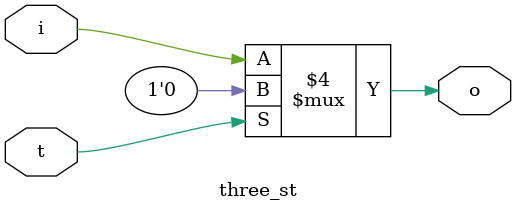
<source format=sv>
        module three_st (t, i, o);
        input  bit t, i;
        output bit o;
        always_comb
        begin
           if (~t)
              o = i; 
           else
              o = 1'b0;
        end
        endmodule
</source>
